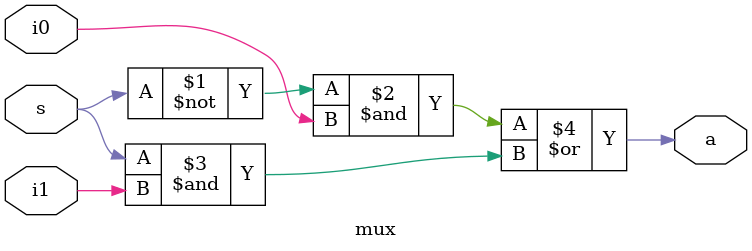
<source format=v>
module mux(input i0,i1,s,output a);
  assign a=(~s&i0)|(s&i1);
endmodule

</source>
